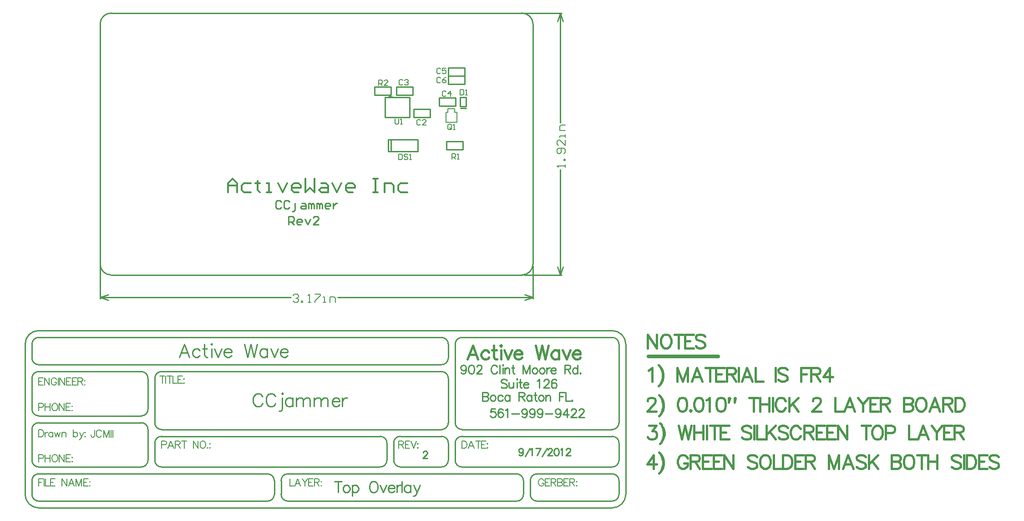
<source format=gto>
%FSLAX25Y25*%
%MOIN*%
G70*
G01*
G75*
G04 Layer_Color=65535*
%ADD10C,0.02500*%
%ADD11C,0.06000*%
%ADD12R,0.05000X0.02000*%
%ADD13R,0.03000X0.03000*%
%ADD14R,0.01575X0.01575*%
%ADD15R,0.01575X0.02362*%
%ADD16R,0.01969X0.02756*%
%ADD17R,0.05118X0.06299*%
%ADD18C,0.01000*%
%ADD19C,0.02000*%
%ADD20C,0.01200*%
%ADD21C,0.03000*%
%ADD22C,0.00800*%
%ADD23C,0.00600*%
%ADD24C,0.00900*%
%ADD25C,0.01500*%
%ADD26C,0.00500*%
%ADD27C,0.04000*%
%ADD28C,0.00984*%
D10*
X401800Y-59700D02*
X452800D01*
D18*
X214100Y130400D02*
G03*
X210600Y130150I-1625J-1875D01*
G01*
X208600Y119150D02*
Y130150D01*
X226600D01*
Y115650D02*
Y130150D01*
X208600Y115650D02*
X226600D01*
X208600D02*
Y119150D01*
X255000Y140000D02*
Y143000D01*
Y140000D02*
X267000D01*
Y146000D01*
X255000D02*
X267000D01*
X255000Y143000D02*
Y146000D01*
Y149000D01*
Y146000D02*
X267000D01*
Y152000D01*
X255000D02*
X267000D01*
X255000Y149000D02*
Y152000D01*
X241600Y118600D02*
Y121600D01*
X229600D02*
X241600D01*
X229600Y115600D02*
Y121600D01*
Y115600D02*
X241600D01*
Y118600D01*
X228900Y135000D02*
Y138000D01*
X216900D02*
X228900D01*
X216900Y132000D02*
Y138000D01*
Y132000D02*
X228900D01*
Y135000D01*
X260200Y126800D02*
Y129800D01*
X248200D02*
X260200D01*
X248200Y123800D02*
Y129800D01*
Y123800D02*
X260200D01*
Y126800D01*
X213100Y134900D02*
Y137900D01*
X201100D02*
X213100D01*
X201100Y131900D02*
Y137900D01*
Y131900D02*
X213100D01*
Y134900D01*
X263735Y123455D02*
X268065D01*
X263735D02*
Y130345D01*
Y123455D02*
X268065D01*
X263735Y130345D02*
X268065D01*
X263735D02*
X268065D01*
Y123455D02*
Y130345D01*
X264030Y122176D02*
X267967D01*
X253800Y92100D02*
Y95100D01*
Y92100D02*
X265800D01*
Y98100D01*
X253800D02*
X265800D01*
X253800Y95100D02*
Y98100D01*
X138000Y37000D02*
Y42998D01*
X140999D01*
X141999Y41998D01*
Y39999D01*
X140999Y38999D01*
X138000D01*
X139999D02*
X141999Y37000D01*
X146997D02*
X144998D01*
X143998Y38000D01*
Y39999D01*
X144998Y40999D01*
X146997D01*
X147997Y39999D01*
Y38999D01*
X143998D01*
X149996Y40999D02*
X151996Y37000D01*
X153995Y40999D01*
X159993Y37000D02*
X155994D01*
X159993Y40999D01*
Y41998D01*
X158993Y42998D01*
X156994D01*
X155994Y41998D01*
X132499Y53498D02*
X131499Y54498D01*
X129500D01*
X128500Y53498D01*
Y49500D01*
X129500Y48500D01*
X131499D01*
X132499Y49500D01*
X138497Y53498D02*
X137497Y54498D01*
X135498D01*
X134498Y53498D01*
Y49500D01*
X135498Y48500D01*
X137497D01*
X138497Y49500D01*
X140496Y46501D02*
X141496D01*
X142496Y47500D01*
Y52499D01*
X147494D02*
X149493D01*
X150493Y51499D01*
Y48500D01*
X147494D01*
X146494Y49500D01*
X147494Y50499D01*
X150493D01*
X152492Y48500D02*
Y52499D01*
X153492D01*
X154492Y51499D01*
Y48500D01*
Y51499D01*
X155491Y52499D01*
X156491Y51499D01*
Y48500D01*
X158490D02*
Y52499D01*
X159490D01*
X160490Y51499D01*
Y48500D01*
Y51499D01*
X161489Y52499D01*
X162489Y51499D01*
Y48500D01*
X167487D02*
X165488D01*
X164488Y49500D01*
Y51499D01*
X165488Y52499D01*
X167487D01*
X168487Y51499D01*
Y50499D01*
X164488D01*
X170486Y52499D02*
Y48500D01*
Y50499D01*
X171486Y51499D01*
X172486Y52499D01*
X173485D01*
X174266Y-151402D02*
Y-159400D01*
X171600Y-151402D02*
X176932D01*
X179789Y-154068D02*
X179027Y-154449D01*
X178265Y-155210D01*
X177884Y-156353D01*
Y-157115D01*
X178265Y-158257D01*
X179027Y-159019D01*
X179789Y-159400D01*
X180931D01*
X181693Y-159019D01*
X182455Y-158257D01*
X182836Y-157115D01*
Y-156353D01*
X182455Y-155210D01*
X181693Y-154449D01*
X180931Y-154068D01*
X179789D01*
X184588D02*
Y-162066D01*
Y-155210D02*
X185349Y-154449D01*
X186111Y-154068D01*
X187254D01*
X188015Y-154449D01*
X188777Y-155210D01*
X189158Y-156353D01*
Y-157115D01*
X188777Y-158257D01*
X188015Y-159019D01*
X187254Y-159400D01*
X186111D01*
X185349Y-159019D01*
X184588Y-158257D01*
X199442Y-151402D02*
X198680Y-151783D01*
X197918Y-152544D01*
X197537Y-153306D01*
X197156Y-154449D01*
Y-156353D01*
X197537Y-157496D01*
X197918Y-158257D01*
X198680Y-159019D01*
X199442Y-159400D01*
X200965D01*
X201727Y-159019D01*
X202489Y-158257D01*
X202870Y-157496D01*
X203250Y-156353D01*
Y-154449D01*
X202870Y-153306D01*
X202489Y-152544D01*
X201727Y-151783D01*
X200965Y-151402D01*
X199442D01*
X205117Y-154068D02*
X207402Y-159400D01*
X209687Y-154068D02*
X207402Y-159400D01*
X210982Y-156353D02*
X215552D01*
Y-155591D01*
X215172Y-154830D01*
X214791Y-154449D01*
X214029Y-154068D01*
X212886D01*
X212125Y-154449D01*
X211363Y-155210D01*
X210982Y-156353D01*
Y-157115D01*
X211363Y-158257D01*
X212125Y-159019D01*
X212886Y-159400D01*
X214029D01*
X214791Y-159019D01*
X215552Y-158257D01*
X217266Y-154068D02*
Y-159400D01*
Y-156353D02*
X217647Y-155210D01*
X218409Y-154449D01*
X219171Y-154068D01*
X220313D01*
X221037Y-151402D02*
Y-159400D01*
X227283Y-154068D02*
Y-159400D01*
Y-155210D02*
X226522Y-154449D01*
X225760Y-154068D01*
X224617D01*
X223855Y-154449D01*
X223094Y-155210D01*
X222713Y-156353D01*
Y-157115D01*
X223094Y-158257D01*
X223855Y-159019D01*
X224617Y-159400D01*
X225760D01*
X226522Y-159019D01*
X227283Y-158257D01*
X229797Y-154068D02*
X232082Y-159400D01*
X234367Y-154068D02*
X232082Y-159400D01*
X231321Y-160924D01*
X230559Y-161685D01*
X229797Y-162066D01*
X229416D01*
X310500Y192000D02*
X338000D01*
X310500Y0D02*
X338000D01*
X337000Y111495D02*
Y192000D01*
Y0D02*
Y77305D01*
X335000Y186000D02*
X337000Y192000D01*
X339000Y186000D01*
X337000Y0D02*
X339000Y6000D01*
X335000D02*
X337000Y0D01*
X317000Y-17500D02*
Y6516D01*
X0Y-17500D02*
Y6516D01*
X173995Y-16500D02*
X317000D01*
X0D02*
X139805D01*
X311000Y-14500D02*
X317000Y-16500D01*
X311000Y-18500D02*
X317000Y-16500D01*
X0D02*
X6000Y-18500D01*
X0Y-16500D02*
X6000Y-14500D01*
X-16Y8016D02*
G03*
X8000Y0I8016J0D01*
G01*
X8016Y192016D02*
G03*
X0Y184000I0J-8016D01*
G01*
X317016Y183984D02*
G03*
X309000Y192000I-8016J0D01*
G01*
Y0D02*
G03*
X317016Y8016I0J8016D01*
G01*
X8000Y0D02*
X309000D01*
X0Y8016D02*
Y184000D01*
X317000Y8016D02*
Y183984D01*
X8016Y192000D02*
X309000D01*
X127501Y-150794D02*
G03*
X122502Y-145794I-5000J0D01*
G01*
X122618Y-165794D02*
G03*
X127499Y-160827I84J4800D01*
G01*
X137502Y-145794D02*
G03*
X132501Y-150794I0J-5000D01*
G01*
Y-160794D02*
G03*
X137414Y-165793I5000J0D01*
G01*
X310001Y-150794D02*
G03*
X305001Y-145794I-5000J0D01*
G01*
X305118Y-165794D02*
G03*
X309999Y-160827I84J4800D01*
G01*
X315002Y-160894D02*
G03*
X319987Y-165793I4900J0D01*
G01*
X320002Y-145794D02*
G03*
X315002Y-150794I0J-5000D01*
G01*
X35002Y-75694D02*
G03*
X30101Y-70794I-4900J0D01*
G01*
X30202Y-103294D02*
G03*
X35002Y-98494I0J4800D01*
G01*
Y-113194D02*
G03*
X29930Y-108297I-4900J0D01*
G01*
X40001Y-108394D02*
G03*
X44901Y-113294I4900J0D01*
G01*
X40001Y-135894D02*
G03*
X44901Y-140794I4900J0D01*
G01*
X30101D02*
G03*
X35002Y-135894I0J4900D01*
G01*
X210001Y-123194D02*
G03*
X205101Y-118294I-4900J0D01*
G01*
Y-140794D02*
G03*
X210001Y-135809I0J4900D01*
G01*
X215002Y-135694D02*
G03*
X220012Y-140793I5100J0D01*
G01*
X219801Y-118294D02*
G03*
X215008Y-123345I0J-4800D01*
G01*
X45002Y-118294D02*
G03*
X40001Y-123294I0J-5000D01*
G01*
X45001Y-70794D02*
G03*
X40001Y-75794I0J-5000D01*
G01*
X-49999Y-135794D02*
G03*
X-45086Y-140793I5000J0D01*
G01*
X-44998Y-108294D02*
G03*
X-49999Y-113294I0J-5000D01*
G01*
Y-98294D02*
G03*
X-44998Y-103294I5000J0D01*
G01*
Y-70794D02*
G03*
X-49999Y-75794I0J-5000D01*
G01*
Y-60794D02*
G03*
X-44998Y-65794I5000J0D01*
G01*
Y-45794D02*
G03*
X-49999Y-50794I0J-5000D01*
G01*
X255001D02*
G03*
X250002Y-45794I-5000J0D01*
G01*
X265002D02*
G03*
X260001Y-50794I0J-5000D01*
G01*
X250002Y-65794D02*
G03*
X255001Y-60794I0J5000D01*
G01*
Y-75794D02*
G03*
X250002Y-70794I-5000J0D01*
G01*
X-44998Y-145794D02*
G03*
X-49999Y-150794I0J-5000D01*
G01*
X250089Y-113294D02*
G03*
X255002Y-108294I-87J5000D01*
G01*
X-49999Y-160794D02*
G03*
X-45086Y-165793I5000J0D01*
G01*
X255001Y-123194D02*
G03*
X250101Y-118294I-4900J0D01*
G01*
X260001Y-135894D02*
G03*
X264987Y-140793I4900J0D01*
G01*
X250002Y-140794D02*
G03*
X255001Y-135794I0J5000D01*
G01*
X375002Y-165794D02*
G03*
X380001Y-160794I0J5000D01*
G01*
X380002Y-150707D02*
G03*
X375002Y-145793I-5000J-87D01*
G01*
Y-140794D02*
G03*
X380001Y-135794I0J5000D01*
G01*
Y-50694D02*
G03*
X374931Y-45797I-4900J0D01*
G01*
X385001Y-50794D02*
G03*
X375002Y-40794I-10000J0D01*
G01*
Y-170794D02*
G03*
X385001Y-160794I0J10000D01*
G01*
X-54998Y-160694D02*
G03*
X-45075Y-170792I10100J0D01*
G01*
X-44998Y-40794D02*
G03*
X-54998Y-50794I0J-10000D01*
G01*
X260001Y-108294D02*
G03*
X265002Y-113294I5000J0D01*
G01*
X375002D02*
G03*
X380001Y-108294I0J5000D01*
G01*
X265002Y-118294D02*
G03*
X260001Y-123294I0J-5000D01*
G01*
X380001Y-123194D02*
G03*
X375101Y-118294I-4900J0D01*
G01*
X137502Y-165794D02*
X305001D01*
X-44998D02*
X122502D01*
X-44998Y-145794D02*
X122502D01*
X137502D02*
X305001D01*
X320002Y-165794D02*
X375002D01*
X320002Y-145794D02*
X375002D01*
X-44998Y-45794D02*
X250002D01*
X-44998Y-170794D02*
X375002D01*
X-44998Y-40794D02*
X375002D01*
X-44998Y-140794D02*
X30002D01*
X-44998Y-108294D02*
X30002D01*
X-44998Y-103294D02*
X30002D01*
X-44998Y-70794D02*
X30002D01*
X-44998Y-65794D02*
X250002D01*
X45002Y-70794D02*
X250002D01*
X45002Y-118294D02*
X205001D01*
X45002Y-140794D02*
X205001D01*
X220002D02*
X250002D01*
X220002Y-118294D02*
X250002D01*
X265002Y-140794D02*
X375002D01*
X265002Y-45794D02*
X375002D01*
X45002Y-113294D02*
X250002D01*
X265002D02*
X375002D01*
X265002Y-118294D02*
X375002D01*
X127501Y-160794D02*
Y-150794D01*
X132501Y-160794D02*
Y-150794D01*
X310001Y-160794D02*
Y-150794D01*
X315002Y-160794D02*
Y-150794D01*
X385001Y-160794D02*
Y-50794D01*
X-49999Y-135794D02*
Y-113294D01*
X35002Y-135794D02*
Y-113294D01*
X-49999Y-98294D02*
Y-75794D01*
X35002Y-98294D02*
Y-75794D01*
X-49999Y-60794D02*
Y-50794D01*
X255001Y-60794D02*
Y-50794D01*
Y-108294D02*
Y-75794D01*
X40001Y-108294D02*
Y-75794D01*
X210001Y-135794D02*
Y-123294D01*
X40001Y-135794D02*
Y-123294D01*
X215002Y-135794D02*
Y-123294D01*
X255001Y-135794D02*
Y-123294D01*
X380001Y-160794D02*
Y-150794D01*
X-49999Y-160794D02*
Y-150794D01*
X-54998Y-160794D02*
Y-50794D01*
X260001Y-108294D02*
Y-50794D01*
X380001Y-108294D02*
Y-50794D01*
X260001Y-135794D02*
Y-123294D01*
X380001Y-135794D02*
Y-123194D01*
X297875Y-77392D02*
X297266Y-76782D01*
X296352Y-76478D01*
X295133D01*
X294219Y-76782D01*
X293609Y-77392D01*
Y-78001D01*
X293914Y-78611D01*
X294219Y-78915D01*
X294828Y-79220D01*
X296656Y-79829D01*
X297266Y-80134D01*
X297570Y-80439D01*
X297875Y-81048D01*
Y-81962D01*
X297266Y-82572D01*
X296352Y-82876D01*
X295133D01*
X294219Y-82572D01*
X293609Y-81962D01*
X299307Y-78611D02*
Y-81658D01*
X299612Y-82572D01*
X300221Y-82876D01*
X301135D01*
X301745Y-82572D01*
X302659Y-81658D01*
Y-78611D02*
Y-82876D01*
X304944Y-76478D02*
X305249Y-76782D01*
X305554Y-76478D01*
X305249Y-76173D01*
X304944Y-76478D01*
X305249Y-78611D02*
Y-82876D01*
X307595Y-76478D02*
Y-81658D01*
X307900Y-82572D01*
X308509Y-82876D01*
X309119D01*
X306681Y-78611D02*
X308814D01*
X310033Y-80439D02*
X313689D01*
Y-79829D01*
X313384Y-79220D01*
X313080Y-78915D01*
X312470Y-78611D01*
X311556D01*
X310947Y-78915D01*
X310337Y-79525D01*
X310033Y-80439D01*
Y-81048D01*
X310337Y-81962D01*
X310947Y-82572D01*
X311556Y-82876D01*
X312470D01*
X313080Y-82572D01*
X313689Y-81962D01*
X320088Y-77697D02*
X320697Y-77392D01*
X321611Y-76478D01*
Y-82876D01*
X325085Y-78001D02*
Y-77697D01*
X325389Y-77087D01*
X325694Y-76782D01*
X326303Y-76478D01*
X327522D01*
X328132Y-76782D01*
X328436Y-77087D01*
X328741Y-77697D01*
Y-78306D01*
X328436Y-78915D01*
X327827Y-79829D01*
X324780Y-82876D01*
X329046D01*
X334134Y-77392D02*
X333829Y-76782D01*
X332915Y-76478D01*
X332306D01*
X331392Y-76782D01*
X330783Y-77697D01*
X330478Y-79220D01*
Y-80743D01*
X330783Y-81962D01*
X331392Y-82572D01*
X332306Y-82876D01*
X332611D01*
X333525Y-82572D01*
X334134Y-81962D01*
X334439Y-81048D01*
Y-80743D01*
X334134Y-79829D01*
X333525Y-79220D01*
X332611Y-78915D01*
X332306D01*
X331392Y-79220D01*
X330783Y-79829D01*
X330478Y-80743D01*
X289266Y-97978D02*
X286219D01*
X285914Y-100720D01*
X286219Y-100415D01*
X287133Y-100111D01*
X288047D01*
X288961Y-100415D01*
X289570Y-101025D01*
X289875Y-101939D01*
Y-102548D01*
X289570Y-103462D01*
X288961Y-104072D01*
X288047Y-104376D01*
X287133D01*
X286219Y-104072D01*
X285914Y-103767D01*
X285610Y-103158D01*
X294964Y-98892D02*
X294659Y-98282D01*
X293745Y-97978D01*
X293135D01*
X292221Y-98282D01*
X291612Y-99196D01*
X291307Y-100720D01*
Y-102243D01*
X291612Y-103462D01*
X292221Y-104072D01*
X293135Y-104376D01*
X293440D01*
X294354Y-104072D01*
X294964Y-103462D01*
X295268Y-102548D01*
Y-102243D01*
X294964Y-101329D01*
X294354Y-100720D01*
X293440Y-100415D01*
X293135D01*
X292221Y-100720D01*
X291612Y-101329D01*
X291307Y-102243D01*
X296670Y-99196D02*
X297279Y-98892D01*
X298193Y-97978D01*
Y-104376D01*
X301362Y-101634D02*
X306847D01*
X312697Y-100111D02*
X312392Y-101025D01*
X311783Y-101634D01*
X310869Y-101939D01*
X310564D01*
X309650Y-101634D01*
X309041Y-101025D01*
X308736Y-100111D01*
Y-99806D01*
X309041Y-98892D01*
X309650Y-98282D01*
X310564Y-97978D01*
X310869D01*
X311783Y-98282D01*
X312392Y-98892D01*
X312697Y-100111D01*
Y-101634D01*
X312392Y-103158D01*
X311783Y-104072D01*
X310869Y-104376D01*
X310259D01*
X309345Y-104072D01*
X309041Y-103462D01*
X318395Y-100111D02*
X318090Y-101025D01*
X317481Y-101634D01*
X316567Y-101939D01*
X316262D01*
X315348Y-101634D01*
X314738Y-101025D01*
X314434Y-100111D01*
Y-99806D01*
X314738Y-98892D01*
X315348Y-98282D01*
X316262Y-97978D01*
X316567D01*
X317481Y-98282D01*
X318090Y-98892D01*
X318395Y-100111D01*
Y-101634D01*
X318090Y-103158D01*
X317481Y-104072D01*
X316567Y-104376D01*
X315957D01*
X315043Y-104072D01*
X314738Y-103462D01*
X324093Y-100111D02*
X323788Y-101025D01*
X323179Y-101634D01*
X322265Y-101939D01*
X321960D01*
X321046Y-101634D01*
X320436Y-101025D01*
X320132Y-100111D01*
Y-99806D01*
X320436Y-98892D01*
X321046Y-98282D01*
X321960Y-97978D01*
X322265D01*
X323179Y-98282D01*
X323788Y-98892D01*
X324093Y-100111D01*
Y-101634D01*
X323788Y-103158D01*
X323179Y-104072D01*
X322265Y-104376D01*
X321655D01*
X320741Y-104072D01*
X320436Y-103462D01*
X325829Y-101634D02*
X331314D01*
X337164Y-100111D02*
X336859Y-101025D01*
X336250Y-101634D01*
X335336Y-101939D01*
X335031D01*
X334117Y-101634D01*
X333508Y-101025D01*
X333203Y-100111D01*
Y-99806D01*
X333508Y-98892D01*
X334117Y-98282D01*
X335031Y-97978D01*
X335336D01*
X336250Y-98282D01*
X336859Y-98892D01*
X337164Y-100111D01*
Y-101634D01*
X336859Y-103158D01*
X336250Y-104072D01*
X335336Y-104376D01*
X334727D01*
X333812Y-104072D01*
X333508Y-103462D01*
X341948Y-97978D02*
X338901Y-102243D01*
X343471D01*
X341948Y-97978D02*
Y-104376D01*
X344903Y-99501D02*
Y-99196D01*
X345208Y-98587D01*
X345513Y-98282D01*
X346122Y-97978D01*
X347341D01*
X347950Y-98282D01*
X348255Y-98587D01*
X348560Y-99196D01*
Y-99806D01*
X348255Y-100415D01*
X347646Y-101329D01*
X344599Y-104376D01*
X348865D01*
X350601Y-99501D02*
Y-99196D01*
X350906Y-98587D01*
X351211Y-98282D01*
X351820Y-97978D01*
X353039D01*
X353648Y-98282D01*
X353953Y-98587D01*
X354258Y-99196D01*
Y-99806D01*
X353953Y-100415D01*
X353344Y-101329D01*
X350297Y-104376D01*
X354562D01*
X268071Y-68111D02*
X267766Y-69025D01*
X267156Y-69634D01*
X266242Y-69939D01*
X265938D01*
X265024Y-69634D01*
X264414Y-69025D01*
X264109Y-68111D01*
Y-67806D01*
X264414Y-66892D01*
X265024Y-66282D01*
X265938Y-65978D01*
X266242D01*
X267156Y-66282D01*
X267766Y-66892D01*
X268071Y-68111D01*
Y-69634D01*
X267766Y-71158D01*
X267156Y-72072D01*
X266242Y-72376D01*
X265633D01*
X264719Y-72072D01*
X264414Y-71462D01*
X271636Y-65978D02*
X270721Y-66282D01*
X270112Y-67197D01*
X269807Y-68720D01*
Y-69634D01*
X270112Y-71158D01*
X270721Y-72072D01*
X271636Y-72376D01*
X272245D01*
X273159Y-72072D01*
X273768Y-71158D01*
X274073Y-69634D01*
Y-68720D01*
X273768Y-67197D01*
X273159Y-66282D01*
X272245Y-65978D01*
X271636D01*
X275810Y-67501D02*
Y-67197D01*
X276115Y-66587D01*
X276419Y-66282D01*
X277029Y-65978D01*
X278247D01*
X278857Y-66282D01*
X279162Y-66587D01*
X279466Y-67197D01*
Y-67806D01*
X279162Y-68415D01*
X278552Y-69329D01*
X275505Y-72376D01*
X279771D01*
X290801Y-67501D02*
X290496Y-66892D01*
X289887Y-66282D01*
X289277Y-65978D01*
X288059D01*
X287449Y-66282D01*
X286840Y-66892D01*
X286535Y-67501D01*
X286230Y-68415D01*
Y-69939D01*
X286535Y-70853D01*
X286840Y-71462D01*
X287449Y-72072D01*
X288059Y-72376D01*
X289277D01*
X289887Y-72072D01*
X290496Y-71462D01*
X290801Y-70853D01*
X292599Y-65978D02*
Y-72376D01*
X294549Y-65978D02*
X294853Y-66282D01*
X295158Y-65978D01*
X294853Y-65673D01*
X294549Y-65978D01*
X294853Y-68111D02*
Y-72376D01*
X296285Y-68111D02*
Y-72376D01*
Y-69329D02*
X297200Y-68415D01*
X297809Y-68111D01*
X298723D01*
X299332Y-68415D01*
X299637Y-69329D01*
Y-72376D01*
X302227Y-65978D02*
Y-71158D01*
X302532Y-72072D01*
X303141Y-72376D01*
X303750D01*
X301313Y-68111D02*
X303446D01*
X309692Y-65978D02*
Y-72376D01*
Y-65978D02*
X312130Y-72376D01*
X314567Y-65978D02*
X312130Y-72376D01*
X314567Y-65978D02*
Y-72376D01*
X317919Y-68111D02*
X317309Y-68415D01*
X316700Y-69025D01*
X316395Y-69939D01*
Y-70548D01*
X316700Y-71462D01*
X317309Y-72072D01*
X317919Y-72376D01*
X318833D01*
X319442Y-72072D01*
X320052Y-71462D01*
X320356Y-70548D01*
Y-69939D01*
X320052Y-69025D01*
X319442Y-68415D01*
X318833Y-68111D01*
X317919D01*
X323282D02*
X322672Y-68415D01*
X322063Y-69025D01*
X321758Y-69939D01*
Y-70548D01*
X322063Y-71462D01*
X322672Y-72072D01*
X323282Y-72376D01*
X324196D01*
X324805Y-72072D01*
X325414Y-71462D01*
X325719Y-70548D01*
Y-69939D01*
X325414Y-69025D01*
X324805Y-68415D01*
X324196Y-68111D01*
X323282D01*
X327121D02*
Y-72376D01*
Y-69939D02*
X327425Y-69025D01*
X328035Y-68415D01*
X328644Y-68111D01*
X329558D01*
X330137Y-69939D02*
X333794D01*
Y-69329D01*
X333489Y-68720D01*
X333184Y-68415D01*
X332575Y-68111D01*
X331661D01*
X331051Y-68415D01*
X330442Y-69025D01*
X330137Y-69939D01*
Y-70548D01*
X330442Y-71462D01*
X331051Y-72072D01*
X331661Y-72376D01*
X332575D01*
X333184Y-72072D01*
X333794Y-71462D01*
X340192Y-65978D02*
Y-72376D01*
Y-65978D02*
X342934D01*
X343849Y-66282D01*
X344153Y-66587D01*
X344458Y-67197D01*
Y-67806D01*
X344153Y-68415D01*
X343849Y-68720D01*
X342934Y-69025D01*
X340192D01*
X342325D02*
X344458Y-72376D01*
X349546Y-65978D02*
Y-72376D01*
Y-69025D02*
X348937Y-68415D01*
X348328Y-68111D01*
X347413D01*
X346804Y-68415D01*
X346195Y-69025D01*
X345890Y-69939D01*
Y-70548D01*
X346195Y-71462D01*
X346804Y-72072D01*
X347413Y-72376D01*
X348328D01*
X348937Y-72072D01*
X349546Y-71462D01*
X351557Y-71767D02*
X351253Y-72072D01*
X351557Y-72376D01*
X351862Y-72072D01*
X351557Y-71767D01*
X280110Y-85978D02*
Y-92376D01*
Y-85978D02*
X282852D01*
X283766Y-86282D01*
X284070Y-86587D01*
X284375Y-87196D01*
Y-87806D01*
X284070Y-88415D01*
X283766Y-88720D01*
X282852Y-89025D01*
X280110D02*
X282852D01*
X283766Y-89329D01*
X284070Y-89634D01*
X284375Y-90244D01*
Y-91158D01*
X284070Y-91767D01*
X283766Y-92072D01*
X282852Y-92376D01*
X280110D01*
X287331Y-88111D02*
X286721Y-88415D01*
X286112Y-89025D01*
X285807Y-89939D01*
Y-90548D01*
X286112Y-91462D01*
X286721Y-92072D01*
X287331Y-92376D01*
X288245D01*
X288854Y-92072D01*
X289464Y-91462D01*
X289768Y-90548D01*
Y-89939D01*
X289464Y-89025D01*
X288854Y-88415D01*
X288245Y-88111D01*
X287331D01*
X294826Y-89025D02*
X294217Y-88415D01*
X293607Y-88111D01*
X292693D01*
X292084Y-88415D01*
X291475Y-89025D01*
X291170Y-89939D01*
Y-90548D01*
X291475Y-91462D01*
X292084Y-92072D01*
X292693Y-92376D01*
X293607D01*
X294217Y-92072D01*
X294826Y-91462D01*
X299854Y-88111D02*
Y-92376D01*
Y-89025D02*
X299244Y-88415D01*
X298635Y-88111D01*
X297721D01*
X297112Y-88415D01*
X296502Y-89025D01*
X296197Y-89939D01*
Y-90548D01*
X296502Y-91462D01*
X297112Y-92072D01*
X297721Y-92376D01*
X298635D01*
X299244Y-92072D01*
X299854Y-91462D01*
X306588Y-85978D02*
Y-92376D01*
Y-85978D02*
X309330D01*
X310244Y-86282D01*
X310549Y-86587D01*
X310853Y-87196D01*
Y-87806D01*
X310549Y-88415D01*
X310244Y-88720D01*
X309330Y-89025D01*
X306588D01*
X308720D02*
X310853Y-92376D01*
X315942Y-88111D02*
Y-92376D01*
Y-89025D02*
X315332Y-88415D01*
X314723Y-88111D01*
X313809D01*
X313199Y-88415D01*
X312590Y-89025D01*
X312285Y-89939D01*
Y-90548D01*
X312590Y-91462D01*
X313199Y-92072D01*
X313809Y-92376D01*
X314723D01*
X315332Y-92072D01*
X315942Y-91462D01*
X318562Y-85978D02*
Y-91158D01*
X318867Y-92072D01*
X319476Y-92376D01*
X320086D01*
X317648Y-88111D02*
X319781D01*
X322523D02*
X321914Y-88415D01*
X321304Y-89025D01*
X321000Y-89939D01*
Y-90548D01*
X321304Y-91462D01*
X321914Y-92072D01*
X322523Y-92376D01*
X323437D01*
X324047Y-92072D01*
X324656Y-91462D01*
X324961Y-90548D01*
Y-89939D01*
X324656Y-89025D01*
X324047Y-88415D01*
X323437Y-88111D01*
X322523D01*
X326362D02*
Y-92376D01*
Y-89329D02*
X327276Y-88415D01*
X327886Y-88111D01*
X328800D01*
X329409Y-88415D01*
X329714Y-89329D01*
Y-92376D01*
X336417Y-85978D02*
Y-92376D01*
Y-85978D02*
X340378D01*
X336417Y-89025D02*
X338855D01*
X341110Y-85978D02*
Y-92376D01*
X344766D01*
X345772Y-91767D02*
X345467Y-92072D01*
X345772Y-92376D01*
X346076Y-92072D01*
X345772Y-91767D01*
D20*
X93500Y60500D02*
Y67164D01*
X96832Y70497D01*
X100164Y67164D01*
Y60500D01*
Y65498D01*
X93500D01*
X110161Y67164D02*
X105163D01*
X103497Y65498D01*
Y62166D01*
X105163Y60500D01*
X110161D01*
X115160Y68831D02*
Y67164D01*
X113494D01*
X116826D01*
X115160D01*
Y62166D01*
X116826Y60500D01*
X121824D02*
X125156D01*
X123490D01*
Y67164D01*
X121824D01*
X130155D02*
X133487Y60500D01*
X136819Y67164D01*
X145150Y60500D02*
X141818D01*
X140152Y62166D01*
Y65498D01*
X141818Y67164D01*
X145150D01*
X146816Y65498D01*
Y63832D01*
X140152D01*
X150148Y70497D02*
Y60500D01*
X153481Y63832D01*
X156813Y60500D01*
Y70497D01*
X161811Y67164D02*
X165144D01*
X166810Y65498D01*
Y60500D01*
X161811D01*
X160145Y62166D01*
X161811Y63832D01*
X166810D01*
X170142Y67164D02*
X173474Y60500D01*
X176806Y67164D01*
X185137Y60500D02*
X181805D01*
X180139Y62166D01*
Y65498D01*
X181805Y67164D01*
X185137D01*
X186803Y65498D01*
Y63832D01*
X180139D01*
X200132Y70497D02*
X203465D01*
X201798D01*
Y60500D01*
X200132D01*
X203465D01*
X208463D02*
Y67164D01*
X213461D01*
X215127Y65498D01*
Y60500D01*
X225124Y67164D02*
X220126D01*
X218460Y65498D01*
Y62166D01*
X220126Y60500D01*
X225124D01*
D22*
X234666Y113332D02*
X233999Y113999D01*
X232666D01*
X232000Y113332D01*
Y110667D01*
X232666Y110000D01*
X233999D01*
X234666Y110667D01*
X238665Y110000D02*
X235999D01*
X238665Y112666D01*
Y113332D01*
X237998Y113999D01*
X236665D01*
X235999Y113332D01*
X221766Y142532D02*
X221099Y143199D01*
X219766D01*
X219100Y142532D01*
Y139866D01*
X219766Y139200D01*
X221099D01*
X221766Y139866D01*
X223099Y142532D02*
X223765Y143199D01*
X225098D01*
X225764Y142532D01*
Y141866D01*
X225098Y141199D01*
X224432D01*
X225098D01*
X225764Y140533D01*
Y139866D01*
X225098Y139200D01*
X223765D01*
X223099Y139866D01*
X253166Y134332D02*
X252499Y134999D01*
X251166D01*
X250500Y134332D01*
Y131667D01*
X251166Y131000D01*
X252499D01*
X253166Y131667D01*
X256498Y131000D02*
Y134999D01*
X254499Y132999D01*
X257165D01*
X263500Y135999D02*
Y132000D01*
X265499D01*
X266166Y132667D01*
Y135332D01*
X265499Y135999D01*
X263500D01*
X267499Y132000D02*
X268832D01*
X268165D01*
Y135999D01*
X267499Y135332D01*
X257166Y107167D02*
Y109832D01*
X256499Y110499D01*
X255166D01*
X254500Y109832D01*
Y107167D01*
X255166Y106500D01*
X256499D01*
X255833Y107833D02*
X257166Y106500D01*
X256499D02*
X257166Y107167D01*
X258499Y106500D02*
X259832D01*
X259165D01*
Y110499D01*
X258499Y109832D01*
X204000Y139100D02*
Y143099D01*
X205999D01*
X206666Y142432D01*
Y141099D01*
X205999Y140433D01*
X204000D01*
X205333D02*
X206666Y139100D01*
X210665D02*
X207999D01*
X210665Y141766D01*
Y142432D01*
X209998Y143099D01*
X208665D01*
X207999Y142432D01*
X216000Y114499D02*
Y111167D01*
X216666Y110500D01*
X217999D01*
X218666Y111167D01*
Y114499D01*
X219999Y110500D02*
X221332D01*
X220665D01*
Y114499D01*
X219999Y113832D01*
X249166Y150832D02*
X248499Y151499D01*
X247166D01*
X246500Y150832D01*
Y148167D01*
X247166Y147500D01*
X248499D01*
X249166Y148167D01*
X253165Y151499D02*
X250499D01*
Y149499D01*
X251832Y150166D01*
X252498D01*
X253165Y149499D01*
Y148167D01*
X252498Y147500D01*
X251165D01*
X250499Y148167D01*
X249166Y144332D02*
X248499Y144999D01*
X247166D01*
X246500Y144332D01*
Y141666D01*
X247166Y141000D01*
X248499D01*
X249166Y141666D01*
X253165Y144999D02*
X251832Y144332D01*
X250499Y142999D01*
Y141666D01*
X251165Y141000D01*
X252498D01*
X253165Y141666D01*
Y142333D01*
X252498Y142999D01*
X250499D01*
X257500Y85000D02*
Y88999D01*
X259499D01*
X260166Y88332D01*
Y86999D01*
X259499Y86333D01*
X257500D01*
X258833D02*
X260166Y85000D01*
X261499D02*
X262832D01*
X262165D01*
Y88999D01*
X261499Y88332D01*
X218500Y88499D02*
Y84500D01*
X220499D01*
X221166Y85166D01*
Y87832D01*
X220499Y88499D01*
X218500D01*
X225165Y87832D02*
X224498Y88499D01*
X223165D01*
X222499Y87832D01*
Y87166D01*
X223165Y86499D01*
X224498D01*
X225165Y85833D01*
Y85166D01*
X224498Y84500D01*
X223165D01*
X222499Y85166D01*
X226497Y84500D02*
X227830D01*
X227164D01*
Y88499D01*
X226497Y87832D01*
X-4163Y-113567D02*
Y-117630D01*
X-4417Y-118392D01*
X-4671Y-118646D01*
X-5179Y-118900D01*
X-5686D01*
X-6194Y-118646D01*
X-6448Y-118392D01*
X-6702Y-117630D01*
Y-117122D01*
X1017Y-114837D02*
X763Y-114329D01*
X255Y-113821D01*
X-253Y-113567D01*
X-1268D01*
X-1776Y-113821D01*
X-2284Y-114329D01*
X-2538Y-114837D01*
X-2792Y-115599D01*
Y-116868D01*
X-2538Y-117630D01*
X-2284Y-118138D01*
X-1776Y-118646D01*
X-1268Y-118900D01*
X-253D01*
X255Y-118646D01*
X763Y-118138D01*
X1017Y-117630D01*
X2515Y-113567D02*
Y-118900D01*
Y-113567D02*
X4546Y-118900D01*
X6578Y-113567D02*
X4546Y-118900D01*
X6578Y-113567D02*
Y-118900D01*
X8101Y-113567D02*
Y-118900D01*
X9218Y-113567D02*
Y-118900D01*
D23*
X340599Y78905D02*
Y80904D01*
Y79905D01*
X334601D01*
X335601Y78905D01*
X340599Y83903D02*
X339599D01*
Y84903D01*
X340599D01*
Y83903D01*
X339599Y88902D02*
X340599Y89901D01*
Y91901D01*
X339599Y92901D01*
X335601D01*
X334601Y91901D01*
Y89901D01*
X335601Y88902D01*
X336600D01*
X337600Y89901D01*
Y92901D01*
X340599Y98899D02*
Y94900D01*
X336600Y98899D01*
X335601D01*
X334601Y97899D01*
Y95899D01*
X335601Y94900D01*
X340599Y100898D02*
Y102897D01*
Y101898D01*
X336600D01*
Y100898D01*
X340599Y105896D02*
X336600D01*
Y108895D01*
X337600Y109895D01*
X340599D01*
X141405Y-15101D02*
X142405Y-14101D01*
X144404D01*
X145404Y-15101D01*
Y-16100D01*
X144404Y-17100D01*
X143404D01*
X144404D01*
X145404Y-18100D01*
Y-19099D01*
X144404Y-20099D01*
X142405D01*
X141405Y-19099D01*
X147403Y-20099D02*
Y-19099D01*
X148403D01*
Y-20099D01*
X147403D01*
X152401D02*
X154401D01*
X153401D01*
Y-14101D01*
X152401Y-15101D01*
X157400Y-14101D02*
X161398D01*
Y-15101D01*
X157400Y-19099D01*
Y-20099D01*
X163398D02*
X165397D01*
X164398D01*
Y-16100D01*
X163398D01*
X168396Y-20099D02*
Y-16100D01*
X171395D01*
X172395Y-17100D01*
Y-20099D01*
D24*
X309779Y-128785D02*
X309525Y-129547D01*
X309018Y-130055D01*
X308256Y-130309D01*
X308002D01*
X307240Y-130055D01*
X306733Y-129547D01*
X306479Y-128785D01*
Y-128531D01*
X306733Y-127769D01*
X307240Y-127262D01*
X308002Y-127008D01*
X308256D01*
X309018Y-127262D01*
X309525Y-127769D01*
X309779Y-128785D01*
Y-130055D01*
X309525Y-131324D01*
X309018Y-132086D01*
X308256Y-132340D01*
X307748D01*
X306986Y-132086D01*
X306733Y-131578D01*
X311227Y-133102D02*
X314782Y-127008D01*
X315137Y-128023D02*
X315645Y-127769D01*
X316407Y-127008D01*
Y-132340D01*
X322602Y-127008D02*
X320063Y-132340D01*
X319047Y-127008D02*
X322602D01*
X323796Y-133102D02*
X327350Y-127008D01*
X327960Y-128277D02*
Y-128023D01*
X328214Y-127516D01*
X328468Y-127262D01*
X328976Y-127008D01*
X329991D01*
X330499Y-127262D01*
X330753Y-127516D01*
X331007Y-128023D01*
Y-128531D01*
X330753Y-129039D01*
X330245Y-129801D01*
X327706Y-132340D01*
X331261D01*
X333978Y-127008D02*
X333216Y-127262D01*
X332708Y-128023D01*
X332454Y-129293D01*
Y-130055D01*
X332708Y-131324D01*
X333216Y-132086D01*
X333978Y-132340D01*
X334486D01*
X335247Y-132086D01*
X335755Y-131324D01*
X336009Y-130055D01*
Y-129293D01*
X335755Y-128023D01*
X335247Y-127262D01*
X334486Y-127008D01*
X333978D01*
X337203Y-128023D02*
X337710Y-127769D01*
X338472Y-127008D01*
Y-132340D01*
X341367Y-128277D02*
Y-128023D01*
X341621Y-127516D01*
X341875Y-127262D01*
X342382Y-127008D01*
X343398D01*
X343906Y-127262D01*
X344160Y-127516D01*
X344414Y-128023D01*
Y-128531D01*
X344160Y-129039D01*
X343652Y-129801D01*
X341113Y-132340D01*
X344668D01*
X65314Y-60294D02*
X61658Y-50696D01*
X58001Y-60294D01*
X59373Y-57095D02*
X63943D01*
X73038Y-55267D02*
X72124Y-54352D01*
X71210Y-53895D01*
X69839D01*
X68925Y-54352D01*
X68011Y-55267D01*
X67554Y-56638D01*
Y-57552D01*
X68011Y-58923D01*
X68925Y-59837D01*
X69839Y-60294D01*
X71210D01*
X72124Y-59837D01*
X73038Y-58923D01*
X76466Y-50696D02*
Y-58466D01*
X76923Y-59837D01*
X77837Y-60294D01*
X78751D01*
X75095Y-53895D02*
X78294D01*
X81036Y-50696D02*
X81494Y-51153D01*
X81950Y-50696D01*
X81494Y-50239D01*
X81036Y-50696D01*
X81494Y-53895D02*
Y-60294D01*
X83642Y-53895D02*
X86384Y-60294D01*
X89126Y-53895D02*
X86384Y-60294D01*
X90680Y-56638D02*
X96165D01*
Y-55724D01*
X95708Y-54809D01*
X95250Y-54352D01*
X94336Y-53895D01*
X92965D01*
X92051Y-54352D01*
X91137Y-55267D01*
X90680Y-56638D01*
Y-57552D01*
X91137Y-58923D01*
X92051Y-59837D01*
X92965Y-60294D01*
X94336D01*
X95250Y-59837D01*
X96165Y-58923D01*
X105763Y-50696D02*
X108048Y-60294D01*
X110333Y-50696D02*
X108048Y-60294D01*
X110333Y-50696D02*
X112618Y-60294D01*
X114903Y-50696D02*
X112618Y-60294D01*
X122308Y-53895D02*
Y-60294D01*
Y-55267D02*
X121394Y-54352D01*
X120479Y-53895D01*
X119108D01*
X118194Y-54352D01*
X117280Y-55267D01*
X116823Y-56638D01*
Y-57552D01*
X117280Y-58923D01*
X118194Y-59837D01*
X119108Y-60294D01*
X120479D01*
X121394Y-59837D01*
X122308Y-58923D01*
X124867Y-53895D02*
X127609Y-60294D01*
X130352Y-53895D02*
X127609Y-60294D01*
X131905Y-56638D02*
X137390D01*
Y-55724D01*
X136933Y-54809D01*
X136476Y-54352D01*
X135562Y-53895D01*
X134191D01*
X133277Y-54352D01*
X132363Y-55267D01*
X131905Y-56638D01*
Y-57552D01*
X132363Y-58923D01*
X133277Y-59837D01*
X134191Y-60294D01*
X135562D01*
X136476Y-59837D01*
X137390Y-58923D01*
X118856Y-89187D02*
X118399Y-88273D01*
X117484Y-87359D01*
X116570Y-86902D01*
X114742D01*
X113828Y-87359D01*
X112914Y-88273D01*
X112457Y-89187D01*
X112000Y-90558D01*
Y-92844D01*
X112457Y-94215D01*
X112914Y-95129D01*
X113828Y-96043D01*
X114742Y-96500D01*
X116570D01*
X117484Y-96043D01*
X118399Y-95129D01*
X118856Y-94215D01*
X128408Y-89187D02*
X127951Y-88273D01*
X127037Y-87359D01*
X126123Y-86902D01*
X124294D01*
X123380Y-87359D01*
X122466Y-88273D01*
X122009Y-89187D01*
X121552Y-90558D01*
Y-92844D01*
X122009Y-94215D01*
X122466Y-95129D01*
X123380Y-96043D01*
X124294Y-96500D01*
X126123D01*
X127037Y-96043D01*
X127951Y-95129D01*
X128408Y-94215D01*
X132933Y-86902D02*
X133390Y-87359D01*
X133847Y-86902D01*
X133390Y-86445D01*
X132933Y-86902D01*
X133390Y-90101D02*
Y-97871D01*
X132933Y-99242D01*
X132019Y-99699D01*
X131105D01*
X141114Y-90101D02*
Y-96500D01*
Y-91473D02*
X140200Y-90558D01*
X139286Y-90101D01*
X137914D01*
X137000Y-90558D01*
X136086Y-91473D01*
X135629Y-92844D01*
Y-93758D01*
X136086Y-95129D01*
X137000Y-96043D01*
X137914Y-96500D01*
X139286D01*
X140200Y-96043D01*
X141114Y-95129D01*
X143673Y-90101D02*
Y-96500D01*
Y-91930D02*
X145044Y-90558D01*
X145958Y-90101D01*
X147330D01*
X148244Y-90558D01*
X148701Y-91930D01*
Y-96500D01*
Y-91930D02*
X150072Y-90558D01*
X150986Y-90101D01*
X152357D01*
X153271Y-90558D01*
X153728Y-91930D01*
Y-96500D01*
X156745Y-90101D02*
Y-96500D01*
Y-91930D02*
X158116Y-90558D01*
X159030Y-90101D01*
X160401D01*
X161315Y-90558D01*
X161772Y-91930D01*
Y-96500D01*
Y-91930D02*
X163143Y-90558D01*
X164057Y-90101D01*
X165428D01*
X166343Y-90558D01*
X166800Y-91930D01*
Y-96500D01*
X169816Y-92844D02*
X175301D01*
Y-91930D01*
X174844Y-91015D01*
X174387Y-90558D01*
X173472Y-90101D01*
X172101D01*
X171187Y-90558D01*
X170273Y-91473D01*
X169816Y-92844D01*
Y-93758D01*
X170273Y-95129D01*
X171187Y-96043D01*
X172101Y-96500D01*
X173472D01*
X174387Y-96043D01*
X175301Y-95129D01*
X177357Y-90101D02*
Y-96500D01*
Y-92844D02*
X177814Y-91473D01*
X178728Y-90558D01*
X179643Y-90101D01*
X181014D01*
X236505Y-130481D02*
Y-130227D01*
X236759Y-129720D01*
X237013Y-129466D01*
X237521Y-129212D01*
X238537D01*
X239044Y-129466D01*
X239298Y-129720D01*
X239552Y-130227D01*
Y-130735D01*
X239298Y-131243D01*
X238790Y-132005D01*
X236251Y-134544D01*
X239806D01*
D25*
X276727Y-61876D02*
X272918Y-51878D01*
X269110Y-61876D01*
X270538Y-58544D02*
X275299D01*
X284773Y-56639D02*
X283821Y-55687D01*
X282868Y-55211D01*
X281440D01*
X280488Y-55687D01*
X279536Y-56639D01*
X279060Y-58068D01*
Y-59020D01*
X279536Y-60448D01*
X280488Y-61400D01*
X281440Y-61876D01*
X282868D01*
X283821Y-61400D01*
X284773Y-60448D01*
X288343Y-51878D02*
Y-59972D01*
X288820Y-61400D01*
X289772Y-61876D01*
X290724D01*
X286915Y-55211D02*
X290248D01*
X293104Y-51878D02*
X293580Y-52355D01*
X294057Y-51878D01*
X293580Y-51402D01*
X293104Y-51878D01*
X293580Y-55211D02*
Y-61876D01*
X295818Y-55211D02*
X298675Y-61876D01*
X301531Y-55211D02*
X298675Y-61876D01*
X303150Y-58068D02*
X308863D01*
Y-57116D01*
X308387Y-56163D01*
X307911Y-55687D01*
X306959Y-55211D01*
X305530D01*
X304578Y-55687D01*
X303626Y-56639D01*
X303150Y-58068D01*
Y-59020D01*
X303626Y-60448D01*
X304578Y-61400D01*
X305530Y-61876D01*
X306959D01*
X307911Y-61400D01*
X308863Y-60448D01*
X318861Y-51878D02*
X321241Y-61876D01*
X323622Y-51878D02*
X321241Y-61876D01*
X323622Y-51878D02*
X326002Y-61876D01*
X328382Y-51878D02*
X326002Y-61876D01*
X336095Y-55211D02*
Y-61876D01*
Y-56639D02*
X335143Y-55687D01*
X334191Y-55211D01*
X332763D01*
X331810Y-55687D01*
X330858Y-56639D01*
X330382Y-58068D01*
Y-59020D01*
X330858Y-60448D01*
X331810Y-61400D01*
X332763Y-61876D01*
X334191D01*
X335143Y-61400D01*
X336095Y-60448D01*
X338761Y-55211D02*
X341618Y-61876D01*
X344474Y-55211D02*
X341618Y-61876D01*
X346093Y-58068D02*
X351806D01*
Y-57116D01*
X351330Y-56163D01*
X350854Y-55687D01*
X349902Y-55211D01*
X348473D01*
X347521Y-55687D01*
X346569Y-56639D01*
X346093Y-58068D01*
Y-59020D01*
X346569Y-60448D01*
X347521Y-61400D01*
X348473Y-61876D01*
X349902D01*
X350854Y-61400D01*
X351806Y-60448D01*
X401100Y-43602D02*
Y-53600D01*
Y-43602D02*
X407765Y-53600D01*
Y-43602D02*
Y-53600D01*
X413383Y-43602D02*
X412431Y-44078D01*
X411479Y-45030D01*
X411003Y-45983D01*
X410527Y-47411D01*
Y-49791D01*
X411003Y-51220D01*
X411479Y-52172D01*
X412431Y-53124D01*
X413383Y-53600D01*
X415287D01*
X416240Y-53124D01*
X417192Y-52172D01*
X417668Y-51220D01*
X418144Y-49791D01*
Y-47411D01*
X417668Y-45983D01*
X417192Y-45030D01*
X416240Y-44078D01*
X415287Y-43602D01*
X413383D01*
X423809D02*
Y-53600D01*
X420477Y-43602D02*
X427142D01*
X434521D02*
X428332D01*
Y-53600D01*
X434521D01*
X428332Y-48363D02*
X432141D01*
X442853Y-45030D02*
X441901Y-44078D01*
X440473Y-43602D01*
X438568D01*
X437140Y-44078D01*
X436188Y-45030D01*
Y-45983D01*
X436664Y-46935D01*
X437140Y-47411D01*
X438092Y-47887D01*
X440949Y-48839D01*
X441901Y-49315D01*
X442377Y-49791D01*
X442853Y-50744D01*
Y-52172D01*
X441901Y-53124D01*
X440473Y-53600D01*
X438568D01*
X437140Y-53124D01*
X436188Y-52172D01*
X401800Y-69907D02*
X402752Y-69430D01*
X404180Y-68002D01*
Y-78000D01*
X409132Y-66098D02*
X410084Y-67050D01*
X411036Y-68478D01*
X411988Y-70383D01*
X412464Y-72763D01*
Y-74667D01*
X411988Y-77048D01*
X411036Y-78952D01*
X410084Y-80380D01*
X409132Y-81333D01*
X410084Y-67050D02*
X411036Y-68954D01*
X411512Y-70383D01*
X411988Y-72763D01*
Y-74667D01*
X411512Y-77048D01*
X411036Y-78476D01*
X410084Y-80380D01*
X422748Y-68002D02*
Y-78000D01*
Y-68002D02*
X426557Y-78000D01*
X430365Y-68002D02*
X426557Y-78000D01*
X430365Y-68002D02*
Y-78000D01*
X440839D02*
X437031Y-68002D01*
X433222Y-78000D01*
X434650Y-74667D02*
X439411D01*
X446505Y-68002D02*
Y-78000D01*
X443172Y-68002D02*
X449837D01*
X457217D02*
X451027D01*
Y-78000D01*
X457217D01*
X451027Y-72763D02*
X454836D01*
X458883Y-68002D02*
Y-78000D01*
Y-68002D02*
X463168D01*
X464596Y-68478D01*
X465072Y-68954D01*
X465548Y-69907D01*
Y-70859D01*
X465072Y-71811D01*
X464596Y-72287D01*
X463168Y-72763D01*
X458883D01*
X462216D02*
X465548Y-78000D01*
X467786Y-68002D02*
Y-78000D01*
X477498D02*
X473689Y-68002D01*
X469881Y-78000D01*
X471309Y-74667D02*
X476070D01*
X479831Y-68002D02*
Y-78000D01*
X485544D01*
X494494Y-68002D02*
Y-78000D01*
X503255Y-69430D02*
X502302Y-68478D01*
X500874Y-68002D01*
X498970D01*
X497541Y-68478D01*
X496589Y-69430D01*
Y-70383D01*
X497065Y-71335D01*
X497541Y-71811D01*
X498494Y-72287D01*
X501350Y-73239D01*
X502302Y-73715D01*
X502778Y-74191D01*
X503255Y-75143D01*
Y-76572D01*
X502302Y-77524D01*
X500874Y-78000D01*
X498970D01*
X497541Y-77524D01*
X496589Y-76572D01*
X513347Y-68002D02*
Y-78000D01*
Y-68002D02*
X519537D01*
X513347Y-72763D02*
X517156D01*
X520679Y-68002D02*
Y-78000D01*
Y-68002D02*
X524964D01*
X526392Y-68478D01*
X526868Y-68954D01*
X527345Y-69907D01*
Y-70859D01*
X526868Y-71811D01*
X526392Y-72287D01*
X524964Y-72763D01*
X520679D01*
X524012D02*
X527345Y-78000D01*
X534343Y-68002D02*
X529582Y-74667D01*
X536724D01*
X534343Y-68002D02*
Y-78000D01*
X400976Y-92283D02*
Y-91807D01*
X401452Y-90854D01*
X401928Y-90378D01*
X402880Y-89902D01*
X404785D01*
X405737Y-90378D01*
X406213Y-90854D01*
X406689Y-91807D01*
Y-92759D01*
X406213Y-93711D01*
X405261Y-95139D01*
X400500Y-99900D01*
X407165D01*
X409403Y-87998D02*
X410355Y-88950D01*
X411307Y-90378D01*
X412259Y-92283D01*
X412736Y-94663D01*
Y-96567D01*
X412259Y-98948D01*
X411307Y-100852D01*
X410355Y-102280D01*
X409403Y-103233D01*
X410355Y-88950D02*
X411307Y-90854D01*
X411783Y-92283D01*
X412259Y-94663D01*
Y-96567D01*
X411783Y-98948D01*
X411307Y-100376D01*
X410355Y-102280D01*
X425876Y-89902D02*
X424447Y-90378D01*
X423495Y-91807D01*
X423019Y-94187D01*
Y-95615D01*
X423495Y-97996D01*
X424447Y-99424D01*
X425876Y-99900D01*
X426828D01*
X428256Y-99424D01*
X429208Y-97996D01*
X429684Y-95615D01*
Y-94187D01*
X429208Y-91807D01*
X428256Y-90378D01*
X426828Y-89902D01*
X425876D01*
X432398Y-98948D02*
X431922Y-99424D01*
X432398Y-99900D01*
X432874Y-99424D01*
X432398Y-98948D01*
X437921Y-89902D02*
X436492Y-90378D01*
X435540Y-91807D01*
X435064Y-94187D01*
Y-95615D01*
X435540Y-97996D01*
X436492Y-99424D01*
X437921Y-99900D01*
X438873D01*
X440301Y-99424D01*
X441253Y-97996D01*
X441729Y-95615D01*
Y-94187D01*
X441253Y-91807D01*
X440301Y-90378D01*
X438873Y-89902D01*
X437921D01*
X443967Y-91807D02*
X444919Y-91330D01*
X446347Y-89902D01*
Y-99900D01*
X454155Y-89902D02*
X452727Y-90378D01*
X451775Y-91807D01*
X451299Y-94187D01*
Y-95615D01*
X451775Y-97996D01*
X452727Y-99424D01*
X454155Y-99900D01*
X455107D01*
X456536Y-99424D01*
X457488Y-97996D01*
X457964Y-95615D01*
Y-94187D01*
X457488Y-91807D01*
X456536Y-90378D01*
X455107Y-89902D01*
X454155D01*
X460678D02*
X460202Y-90378D01*
Y-93235D01*
X460678Y-90378D02*
X460202Y-93235D01*
X460678Y-89902D02*
X461154Y-90378D01*
X460202Y-93235D01*
X464962Y-89902D02*
X464486Y-90378D01*
Y-93235D01*
X464962Y-90378D02*
X464486Y-93235D01*
X464962Y-89902D02*
X465438Y-90378D01*
X464486Y-93235D01*
X478721Y-89902D02*
Y-99900D01*
X475389Y-89902D02*
X482054D01*
X483244D02*
Y-99900D01*
X489909Y-89902D02*
Y-99900D01*
X483244Y-94663D02*
X489909D01*
X492671Y-89902D02*
Y-99900D01*
X501907Y-92283D02*
X501431Y-91330D01*
X500479Y-90378D01*
X499526Y-89902D01*
X497622D01*
X496670Y-90378D01*
X495718Y-91330D01*
X495242Y-92283D01*
X494766Y-93711D01*
Y-96091D01*
X495242Y-97520D01*
X495718Y-98472D01*
X496670Y-99424D01*
X497622Y-99900D01*
X499526D01*
X500479Y-99424D01*
X501431Y-98472D01*
X501907Y-97520D01*
X504716Y-89902D02*
Y-99900D01*
X511381Y-89902D02*
X504716Y-96567D01*
X507096Y-94187D02*
X511381Y-99900D01*
X521950Y-92283D02*
Y-91807D01*
X522426Y-90854D01*
X522902Y-90378D01*
X523854Y-89902D01*
X525759D01*
X526711Y-90378D01*
X527187Y-90854D01*
X527663Y-91807D01*
Y-92759D01*
X527187Y-93711D01*
X526235Y-95139D01*
X521474Y-99900D01*
X528139D01*
X538232Y-89902D02*
Y-99900D01*
X543945D01*
X552658D02*
X548849Y-89902D01*
X545040Y-99900D01*
X546469Y-96567D02*
X551230D01*
X554991Y-89902D02*
X558799Y-94663D01*
Y-99900D01*
X562608Y-89902D02*
X558799Y-94663D01*
X570083Y-89902D02*
X563894D01*
Y-99900D01*
X570083D01*
X563894Y-94663D02*
X567702D01*
X571749Y-89902D02*
Y-99900D01*
Y-89902D02*
X576034D01*
X577462Y-90378D01*
X577938Y-90854D01*
X578414Y-91807D01*
Y-92759D01*
X577938Y-93711D01*
X577462Y-94187D01*
X576034Y-94663D01*
X571749D01*
X575082D02*
X578414Y-99900D01*
X588507Y-89902D02*
Y-99900D01*
Y-89902D02*
X592792D01*
X594220Y-90378D01*
X594697Y-90854D01*
X595173Y-91807D01*
Y-92759D01*
X594697Y-93711D01*
X594220Y-94187D01*
X592792Y-94663D01*
X588507D02*
X592792D01*
X594220Y-95139D01*
X594697Y-95615D01*
X595173Y-96567D01*
Y-97996D01*
X594697Y-98948D01*
X594220Y-99424D01*
X592792Y-99900D01*
X588507D01*
X600267Y-89902D02*
X599314Y-90378D01*
X598362Y-91330D01*
X597886Y-92283D01*
X597410Y-93711D01*
Y-96091D01*
X597886Y-97520D01*
X598362Y-98472D01*
X599314Y-99424D01*
X600267Y-99900D01*
X602171D01*
X603123Y-99424D01*
X604075Y-98472D01*
X604552Y-97520D01*
X605028Y-96091D01*
Y-93711D01*
X604552Y-92283D01*
X604075Y-91330D01*
X603123Y-90378D01*
X602171Y-89902D01*
X600267D01*
X614978Y-99900D02*
X611169Y-89902D01*
X607360Y-99900D01*
X608789Y-96567D02*
X613550D01*
X617311Y-89902D02*
Y-99900D01*
Y-89902D02*
X621595D01*
X623024Y-90378D01*
X623500Y-90854D01*
X623976Y-91807D01*
Y-92759D01*
X623500Y-93711D01*
X623024Y-94187D01*
X621595Y-94663D01*
X617311D01*
X620643D02*
X623976Y-99900D01*
X626214Y-89902D02*
Y-99900D01*
Y-89902D02*
X629546D01*
X630974Y-90378D01*
X631927Y-91330D01*
X632403Y-92283D01*
X632879Y-93711D01*
Y-96091D01*
X632403Y-97520D01*
X631927Y-98472D01*
X630974Y-99424D01*
X629546Y-99900D01*
X626214D01*
X401952Y-110502D02*
X407189D01*
X404333Y-114311D01*
X405761D01*
X406713Y-114787D01*
X407189Y-115263D01*
X407665Y-116691D01*
Y-117643D01*
X407189Y-119072D01*
X406237Y-120024D01*
X404809Y-120500D01*
X403380D01*
X401952Y-120024D01*
X401476Y-119548D01*
X401000Y-118596D01*
X409903Y-108598D02*
X410855Y-109550D01*
X411807Y-110978D01*
X412759Y-112883D01*
X413236Y-115263D01*
Y-117167D01*
X412759Y-119548D01*
X411807Y-121452D01*
X410855Y-122880D01*
X409903Y-123833D01*
X410855Y-109550D02*
X411807Y-111454D01*
X412283Y-112883D01*
X412759Y-115263D01*
Y-117167D01*
X412283Y-119548D01*
X411807Y-120976D01*
X410855Y-122880D01*
X423519Y-110502D02*
X425899Y-120500D01*
X428280Y-110502D02*
X425899Y-120500D01*
X428280Y-110502D02*
X430660Y-120500D01*
X433041Y-110502D02*
X430660Y-120500D01*
X435040Y-110502D02*
Y-120500D01*
X441706Y-110502D02*
Y-120500D01*
X435040Y-115263D02*
X441706D01*
X444467Y-110502D02*
Y-120500D01*
X449894Y-110502D02*
Y-120500D01*
X446562Y-110502D02*
X453227D01*
X460606D02*
X454417D01*
Y-120500D01*
X460606D01*
X454417Y-115263D02*
X458226D01*
X476793Y-111930D02*
X475841Y-110978D01*
X474413Y-110502D01*
X472508D01*
X471080Y-110978D01*
X470128Y-111930D01*
Y-112883D01*
X470604Y-113835D01*
X471080Y-114311D01*
X472032Y-114787D01*
X474889Y-115739D01*
X475841Y-116215D01*
X476317Y-116691D01*
X476793Y-117643D01*
Y-119072D01*
X475841Y-120024D01*
X474413Y-120500D01*
X472508D01*
X471080Y-120024D01*
X470128Y-119072D01*
X479031Y-110502D02*
Y-120500D01*
X481126Y-110502D02*
Y-120500D01*
X486839D01*
X487934Y-110502D02*
Y-120500D01*
X494599Y-110502D02*
X487934Y-117167D01*
X490314Y-114787D02*
X494599Y-120500D01*
X503502Y-111930D02*
X502550Y-110978D01*
X501121Y-110502D01*
X499217D01*
X497789Y-110978D01*
X496837Y-111930D01*
Y-112883D01*
X497313Y-113835D01*
X497789Y-114311D01*
X498741Y-114787D01*
X501597Y-115739D01*
X502550Y-116215D01*
X503026Y-116691D01*
X503502Y-117643D01*
Y-119072D01*
X502550Y-120024D01*
X501121Y-120500D01*
X499217D01*
X497789Y-120024D01*
X496837Y-119072D01*
X512881Y-112883D02*
X512405Y-111930D01*
X511452Y-110978D01*
X510500Y-110502D01*
X508596D01*
X507644Y-110978D01*
X506692Y-111930D01*
X506215Y-112883D01*
X505739Y-114311D01*
Y-116691D01*
X506215Y-118120D01*
X506692Y-119072D01*
X507644Y-120024D01*
X508596Y-120500D01*
X510500D01*
X511452Y-120024D01*
X512405Y-119072D01*
X512881Y-118120D01*
X515690Y-110502D02*
Y-120500D01*
Y-110502D02*
X519975D01*
X521403Y-110978D01*
X521879Y-111454D01*
X522355Y-112407D01*
Y-113359D01*
X521879Y-114311D01*
X521403Y-114787D01*
X519975Y-115263D01*
X515690D01*
X519022D02*
X522355Y-120500D01*
X530782Y-110502D02*
X524593D01*
Y-120500D01*
X530782D01*
X524593Y-115263D02*
X528401D01*
X538637Y-110502D02*
X532448D01*
Y-120500D01*
X538637D01*
X532448Y-115263D02*
X536257D01*
X540304Y-110502D02*
Y-120500D01*
Y-110502D02*
X546969Y-120500D01*
Y-110502D02*
Y-120500D01*
X560918Y-110502D02*
Y-120500D01*
X557585Y-110502D02*
X564251D01*
X568297D02*
X567345Y-110978D01*
X566393Y-111930D01*
X565917Y-112883D01*
X565441Y-114311D01*
Y-116691D01*
X565917Y-118120D01*
X566393Y-119072D01*
X567345Y-120024D01*
X568297Y-120500D01*
X570202D01*
X571154Y-120024D01*
X572106Y-119072D01*
X572582Y-118120D01*
X573058Y-116691D01*
Y-114311D01*
X572582Y-112883D01*
X572106Y-111930D01*
X571154Y-110978D01*
X570202Y-110502D01*
X568297D01*
X575391Y-115739D02*
X579676D01*
X581104Y-115263D01*
X581580Y-114787D01*
X582056Y-113835D01*
Y-112407D01*
X581580Y-111454D01*
X581104Y-110978D01*
X579676Y-110502D01*
X575391D01*
Y-120500D01*
X592149Y-110502D02*
Y-120500D01*
X597863D01*
X606575D02*
X602766Y-110502D01*
X598958Y-120500D01*
X600386Y-117167D02*
X605147D01*
X608908Y-110502D02*
X612716Y-115263D01*
Y-120500D01*
X616525Y-110502D02*
X612716Y-115263D01*
X624000Y-110502D02*
X617811D01*
Y-120500D01*
X624000D01*
X617811Y-115263D02*
X621619D01*
X625666Y-110502D02*
Y-120500D01*
Y-110502D02*
X629951D01*
X631379Y-110978D01*
X631855Y-111454D01*
X632331Y-112407D01*
Y-113359D01*
X631855Y-114311D01*
X631379Y-114787D01*
X629951Y-115263D01*
X625666D01*
X628999D02*
X632331Y-120500D01*
X405261Y-132002D02*
X400500Y-138667D01*
X407641D01*
X405261Y-132002D02*
Y-142000D01*
X409403Y-130098D02*
X410355Y-131050D01*
X411307Y-132478D01*
X412259Y-134383D01*
X412736Y-136763D01*
Y-138667D01*
X412259Y-141048D01*
X411307Y-142952D01*
X410355Y-144380D01*
X409403Y-145333D01*
X410355Y-131050D02*
X411307Y-132954D01*
X411783Y-134383D01*
X412259Y-136763D01*
Y-138667D01*
X411783Y-141048D01*
X411307Y-142476D01*
X410355Y-144380D01*
X430160Y-134383D02*
X429684Y-133430D01*
X428732Y-132478D01*
X427780Y-132002D01*
X425876D01*
X424923Y-132478D01*
X423971Y-133430D01*
X423495Y-134383D01*
X423019Y-135811D01*
Y-138191D01*
X423495Y-139620D01*
X423971Y-140572D01*
X424923Y-141524D01*
X425876Y-142000D01*
X427780D01*
X428732Y-141524D01*
X429684Y-140572D01*
X430160Y-139620D01*
Y-138191D01*
X427780D02*
X430160D01*
X432445Y-132002D02*
Y-142000D01*
Y-132002D02*
X436730D01*
X438159Y-132478D01*
X438635Y-132954D01*
X439111Y-133906D01*
Y-134859D01*
X438635Y-135811D01*
X438159Y-136287D01*
X436730Y-136763D01*
X432445D01*
X435778D02*
X439111Y-142000D01*
X447538Y-132002D02*
X441348D01*
Y-142000D01*
X447538D01*
X441348Y-136763D02*
X445157D01*
X455393Y-132002D02*
X449204D01*
Y-142000D01*
X455393D01*
X449204Y-136763D02*
X453013D01*
X457059Y-132002D02*
Y-142000D01*
Y-132002D02*
X463725Y-142000D01*
Y-132002D02*
Y-142000D01*
X481006Y-133430D02*
X480054Y-132478D01*
X478626Y-132002D01*
X476722D01*
X475293Y-132478D01*
X474341Y-133430D01*
Y-134383D01*
X474817Y-135335D01*
X475293Y-135811D01*
X476246Y-136287D01*
X479102Y-137239D01*
X480054Y-137715D01*
X480531Y-138191D01*
X481006Y-139144D01*
Y-140572D01*
X480054Y-141524D01*
X478626Y-142000D01*
X476722D01*
X475293Y-141524D01*
X474341Y-140572D01*
X486101Y-132002D02*
X485148Y-132478D01*
X484196Y-133430D01*
X483720Y-134383D01*
X483244Y-135811D01*
Y-138191D01*
X483720Y-139620D01*
X484196Y-140572D01*
X485148Y-141524D01*
X486101Y-142000D01*
X488005D01*
X488957Y-141524D01*
X489909Y-140572D01*
X490385Y-139620D01*
X490862Y-138191D01*
Y-135811D01*
X490385Y-134383D01*
X489909Y-133430D01*
X488957Y-132478D01*
X488005Y-132002D01*
X486101D01*
X493194D02*
Y-142000D01*
X498908D01*
X500002Y-132002D02*
Y-142000D01*
Y-132002D02*
X503335D01*
X504763Y-132478D01*
X505716Y-133430D01*
X506192Y-134383D01*
X506668Y-135811D01*
Y-138191D01*
X506192Y-139620D01*
X505716Y-140572D01*
X504763Y-141524D01*
X503335Y-142000D01*
X500002D01*
X515095Y-132002D02*
X508905D01*
Y-142000D01*
X515095D01*
X508905Y-136763D02*
X512714D01*
X516761Y-132002D02*
Y-142000D01*
Y-132002D02*
X521046D01*
X522474Y-132478D01*
X522950Y-132954D01*
X523426Y-133906D01*
Y-134859D01*
X522950Y-135811D01*
X522474Y-136287D01*
X521046Y-136763D01*
X516761D01*
X520093D02*
X523426Y-142000D01*
X533519Y-132002D02*
Y-142000D01*
Y-132002D02*
X537328Y-142000D01*
X541137Y-132002D02*
X537328Y-142000D01*
X541137Y-132002D02*
Y-142000D01*
X551611D02*
X547802Y-132002D01*
X543993Y-142000D01*
X545421Y-138667D02*
X550182D01*
X560608Y-133430D02*
X559656Y-132478D01*
X558228Y-132002D01*
X556324D01*
X554895Y-132478D01*
X553943Y-133430D01*
Y-134383D01*
X554419Y-135335D01*
X554895Y-135811D01*
X555848Y-136287D01*
X558704Y-137239D01*
X559656Y-137715D01*
X560132Y-138191D01*
X560608Y-139144D01*
Y-140572D01*
X559656Y-141524D01*
X558228Y-142000D01*
X556324D01*
X554895Y-141524D01*
X553943Y-140572D01*
X562846Y-132002D02*
Y-142000D01*
X569511Y-132002D02*
X562846Y-138667D01*
X565227Y-136287D02*
X569511Y-142000D01*
X579604Y-132002D02*
Y-142000D01*
Y-132002D02*
X583889D01*
X585318Y-132478D01*
X585794Y-132954D01*
X586270Y-133906D01*
Y-134859D01*
X585794Y-135811D01*
X585318Y-136287D01*
X583889Y-136763D01*
X579604D02*
X583889D01*
X585318Y-137239D01*
X585794Y-137715D01*
X586270Y-138667D01*
Y-140096D01*
X585794Y-141048D01*
X585318Y-141524D01*
X583889Y-142000D01*
X579604D01*
X591364Y-132002D02*
X590412Y-132478D01*
X589460Y-133430D01*
X588983Y-134383D01*
X588507Y-135811D01*
Y-138191D01*
X588983Y-139620D01*
X589460Y-140572D01*
X590412Y-141524D01*
X591364Y-142000D01*
X593268D01*
X594220Y-141524D01*
X595173Y-140572D01*
X595649Y-139620D01*
X596125Y-138191D01*
Y-135811D01*
X595649Y-134383D01*
X595173Y-133430D01*
X594220Y-132478D01*
X593268Y-132002D01*
X591364D01*
X601790D02*
Y-142000D01*
X598458Y-132002D02*
X605123D01*
X606313D02*
Y-142000D01*
X612978Y-132002D02*
Y-142000D01*
X606313Y-136763D02*
X612978D01*
X630260Y-133430D02*
X629308Y-132478D01*
X627880Y-132002D01*
X625976D01*
X624547Y-132478D01*
X623595Y-133430D01*
Y-134383D01*
X624071Y-135335D01*
X624547Y-135811D01*
X625499Y-136287D01*
X628356Y-137239D01*
X629308Y-137715D01*
X629784Y-138191D01*
X630260Y-139144D01*
Y-140572D01*
X629308Y-141524D01*
X627880Y-142000D01*
X625976D01*
X624547Y-141524D01*
X623595Y-140572D01*
X632498Y-132002D02*
Y-142000D01*
X634593Y-132002D02*
Y-142000D01*
Y-132002D02*
X637925D01*
X639354Y-132478D01*
X640306Y-133430D01*
X640782Y-134383D01*
X641258Y-135811D01*
Y-138191D01*
X640782Y-139620D01*
X640306Y-140572D01*
X639354Y-141524D01*
X637925Y-142000D01*
X634593D01*
X649685Y-132002D02*
X643496D01*
Y-142000D01*
X649685D01*
X643496Y-136763D02*
X647304D01*
X658016Y-133430D02*
X657064Y-132478D01*
X655636Y-132002D01*
X653731D01*
X652303Y-132478D01*
X651351Y-133430D01*
Y-134383D01*
X651827Y-135335D01*
X652303Y-135811D01*
X653255Y-136287D01*
X656112Y-137239D01*
X657064Y-137715D01*
X657540Y-138191D01*
X658016Y-139144D01*
Y-140572D01*
X657064Y-141524D01*
X655636Y-142000D01*
X653731D01*
X652303Y-141524D01*
X651351Y-140572D01*
D26*
X259700Y119400D02*
X261200D01*
X254700Y121900D02*
X259700D01*
Y119400D02*
Y121900D01*
X261200Y111900D02*
Y119400D01*
X253200Y111900D02*
X261200D01*
X253200D02*
Y119400D01*
X254700D01*
Y121900D01*
X324810Y-150731D02*
X324556Y-150224D01*
X324048Y-149716D01*
X323541Y-149462D01*
X322525D01*
X322017Y-149716D01*
X321509Y-150224D01*
X321255Y-150731D01*
X321002Y-151493D01*
Y-152763D01*
X321255Y-153524D01*
X321509Y-154032D01*
X322017Y-154540D01*
X322525Y-154794D01*
X323541D01*
X324048Y-154540D01*
X324556Y-154032D01*
X324810Y-153524D01*
Y-152763D01*
X323541D02*
X324810D01*
X329330Y-149462D02*
X326029D01*
Y-154794D01*
X329330D01*
X326029Y-152001D02*
X328060D01*
X330219Y-149462D02*
Y-154794D01*
Y-149462D02*
X332504D01*
X333266Y-149716D01*
X333520Y-149970D01*
X333773Y-150478D01*
Y-150985D01*
X333520Y-151493D01*
X333266Y-151747D01*
X332504Y-152001D01*
X330219D01*
X331996D02*
X333773Y-154794D01*
X334967Y-149462D02*
Y-154794D01*
Y-149462D02*
X337252D01*
X338014Y-149716D01*
X338268Y-149970D01*
X338522Y-150478D01*
Y-150985D01*
X338268Y-151493D01*
X338014Y-151747D01*
X337252Y-152001D01*
X334967D02*
X337252D01*
X338014Y-152255D01*
X338268Y-152509D01*
X338522Y-153017D01*
Y-153778D01*
X338268Y-154286D01*
X338014Y-154540D01*
X337252Y-154794D01*
X334967D01*
X343016Y-149462D02*
X339715D01*
Y-154794D01*
X343016D01*
X339715Y-152001D02*
X341746D01*
X343905Y-149462D02*
Y-154794D01*
Y-149462D02*
X346190D01*
X346952Y-149716D01*
X347205Y-149970D01*
X347459Y-150478D01*
Y-150985D01*
X347205Y-151493D01*
X346952Y-151747D01*
X346190Y-152001D01*
X343905D01*
X345682D02*
X347459Y-154794D01*
X348907Y-151239D02*
X348653Y-151493D01*
X348907Y-151747D01*
X349161Y-151493D01*
X348907Y-151239D01*
Y-154286D02*
X348653Y-154540D01*
X348907Y-154794D01*
X349161Y-154540D01*
X348907Y-154286D01*
X-44998Y-149462D02*
Y-154794D01*
Y-149462D02*
X-41698D01*
X-44998Y-152001D02*
X-42967D01*
X-41088Y-149462D02*
Y-154794D01*
X-39971Y-149462D02*
Y-154794D01*
X-36924D01*
X-33039Y-149462D02*
X-36340D01*
Y-154794D01*
X-33039D01*
X-36340Y-152001D02*
X-34309D01*
X-27961Y-149462D02*
Y-154794D01*
Y-149462D02*
X-24406Y-154794D01*
Y-149462D02*
Y-154794D01*
X-18871D02*
X-20902Y-149462D01*
X-22933Y-154794D01*
X-22172Y-153017D02*
X-19632D01*
X-17627Y-149462D02*
Y-154794D01*
Y-149462D02*
X-15595Y-154794D01*
X-13564Y-149462D02*
X-15595Y-154794D01*
X-13564Y-149462D02*
Y-154794D01*
X-8739Y-149462D02*
X-12040D01*
Y-154794D01*
X-8739D01*
X-12040Y-152001D02*
X-10009D01*
X-7597Y-151239D02*
X-7851Y-151493D01*
X-7597Y-151747D01*
X-7343Y-151493D01*
X-7597Y-151239D01*
Y-154286D02*
X-7851Y-154540D01*
X-7597Y-154794D01*
X-7343Y-154540D01*
X-7597Y-154286D01*
X-44998Y-113462D02*
Y-118794D01*
Y-113462D02*
X-43221D01*
X-42459Y-113716D01*
X-41952Y-114224D01*
X-41698Y-114731D01*
X-41444Y-115493D01*
Y-116763D01*
X-41698Y-117525D01*
X-41952Y-118032D01*
X-42459Y-118540D01*
X-43221Y-118794D01*
X-44998D01*
X-40250Y-115239D02*
Y-118794D01*
Y-116763D02*
X-39996Y-116001D01*
X-39489Y-115493D01*
X-38981Y-115239D01*
X-38219D01*
X-34690D02*
Y-118794D01*
Y-116001D02*
X-35197Y-115493D01*
X-35705Y-115239D01*
X-36467D01*
X-36975Y-115493D01*
X-37483Y-116001D01*
X-37737Y-116763D01*
Y-117271D01*
X-37483Y-118032D01*
X-36975Y-118540D01*
X-36467Y-118794D01*
X-35705D01*
X-35197Y-118540D01*
X-34690Y-118032D01*
X-33268Y-115239D02*
X-32252Y-118794D01*
X-31236Y-115239D02*
X-32252Y-118794D01*
X-31236Y-115239D02*
X-30221Y-118794D01*
X-29205Y-115239D02*
X-30221Y-118794D01*
X-27961Y-115239D02*
Y-118794D01*
Y-116255D02*
X-27199Y-115493D01*
X-26691Y-115239D01*
X-25929D01*
X-25422Y-115493D01*
X-25168Y-116255D01*
Y-118794D01*
X-19582Y-113462D02*
Y-118794D01*
Y-116001D02*
X-19074Y-115493D01*
X-18566Y-115239D01*
X-17804D01*
X-17296Y-115493D01*
X-16789Y-116001D01*
X-16535Y-116763D01*
Y-117271D01*
X-16789Y-118032D01*
X-17296Y-118540D01*
X-17804Y-118794D01*
X-18566D01*
X-19074Y-118540D01*
X-19582Y-118032D01*
X-15138Y-115239D02*
X-13615Y-118794D01*
X-12091Y-115239D02*
X-13615Y-118794D01*
X-14122Y-119810D01*
X-14630Y-120318D01*
X-15138Y-120571D01*
X-15392D01*
X-10949Y-115239D02*
X-11202Y-115493D01*
X-10949Y-115747D01*
X-10695Y-115493D01*
X-10949Y-115239D01*
Y-118286D02*
X-11202Y-118540D01*
X-10949Y-118794D01*
X-10695Y-118540D01*
X-10949Y-118286D01*
X45529Y-74212D02*
Y-79544D01*
X43751Y-74212D02*
X47306D01*
X47941D02*
Y-79544D01*
X50836Y-74212D02*
Y-79544D01*
X49058Y-74212D02*
X52613D01*
X53248D02*
Y-79544D01*
X56295D01*
X60180Y-74212D02*
X56879D01*
Y-79544D01*
X60180D01*
X56879Y-76751D02*
X58910D01*
X61322Y-75989D02*
X61068Y-76243D01*
X61322Y-76497D01*
X61576Y-76243D01*
X61322Y-75989D01*
Y-79036D02*
X61068Y-79290D01*
X61322Y-79544D01*
X61576Y-79290D01*
X61322Y-79036D01*
X45002Y-124505D02*
X47287D01*
X48048Y-124251D01*
X48302Y-123997D01*
X48556Y-123489D01*
Y-122728D01*
X48302Y-122220D01*
X48048Y-121966D01*
X47287Y-121712D01*
X45002D01*
Y-127044D01*
X53812D02*
X51781Y-121712D01*
X49750Y-127044D01*
X50511Y-125267D02*
X53051D01*
X55057Y-121712D02*
Y-127044D01*
Y-121712D02*
X57342D01*
X58104Y-121966D01*
X58357Y-122220D01*
X58611Y-122728D01*
Y-123235D01*
X58357Y-123743D01*
X58104Y-123997D01*
X57342Y-124251D01*
X55057D01*
X56834D02*
X58611Y-127044D01*
X61582Y-121712D02*
Y-127044D01*
X59805Y-121712D02*
X63359D01*
X68184D02*
Y-127044D01*
Y-121712D02*
X71739Y-127044D01*
Y-121712D02*
Y-127044D01*
X74735Y-121712D02*
X74227Y-121966D01*
X73719Y-122474D01*
X73465Y-122981D01*
X73211Y-123743D01*
Y-125013D01*
X73465Y-125775D01*
X73719Y-126282D01*
X74227Y-126790D01*
X74735Y-127044D01*
X75751D01*
X76258Y-126790D01*
X76766Y-126282D01*
X77020Y-125775D01*
X77274Y-125013D01*
Y-123743D01*
X77020Y-122981D01*
X76766Y-122474D01*
X76258Y-121966D01*
X75751Y-121712D01*
X74735D01*
X78772Y-126536D02*
X78518Y-126790D01*
X78772Y-127044D01*
X79026Y-126790D01*
X78772Y-126536D01*
X80448Y-123489D02*
X80194Y-123743D01*
X80448Y-123997D01*
X80702Y-123743D01*
X80448Y-123489D01*
Y-126536D02*
X80194Y-126790D01*
X80448Y-127044D01*
X80702Y-126790D01*
X80448Y-126536D01*
X-41698Y-75462D02*
X-44998D01*
Y-80794D01*
X-41698D01*
X-44998Y-78001D02*
X-42967D01*
X-40809Y-75462D02*
Y-80794D01*
Y-75462D02*
X-37254Y-80794D01*
Y-75462D02*
Y-80794D01*
X-31973Y-76731D02*
X-32227Y-76224D01*
X-32734Y-75716D01*
X-33242Y-75462D01*
X-34258D01*
X-34766Y-75716D01*
X-35274Y-76224D01*
X-35528Y-76731D01*
X-35781Y-77493D01*
Y-78763D01*
X-35528Y-79524D01*
X-35274Y-80032D01*
X-34766Y-80540D01*
X-34258Y-80794D01*
X-33242D01*
X-32734Y-80540D01*
X-32227Y-80032D01*
X-31973Y-79524D01*
Y-78763D01*
X-33242D02*
X-31973D01*
X-30754Y-75462D02*
Y-80794D01*
X-29637Y-75462D02*
Y-80794D01*
Y-75462D02*
X-26082Y-80794D01*
Y-75462D02*
Y-80794D01*
X-21308Y-75462D02*
X-24609D01*
Y-80794D01*
X-21308D01*
X-24609Y-78001D02*
X-22578D01*
X-17119Y-75462D02*
X-20419D01*
Y-80794D01*
X-17119D01*
X-20419Y-78001D02*
X-18388D01*
X-16230Y-75462D02*
Y-80794D01*
Y-75462D02*
X-13945D01*
X-13183Y-75716D01*
X-12929Y-75970D01*
X-12675Y-76477D01*
Y-76985D01*
X-12929Y-77493D01*
X-13183Y-77747D01*
X-13945Y-78001D01*
X-16230D01*
X-14453D02*
X-12675Y-80794D01*
X-11228Y-77239D02*
X-11482Y-77493D01*
X-11228Y-77747D01*
X-10974Y-77493D01*
X-11228Y-77239D01*
Y-80286D02*
X-11482Y-80540D01*
X-11228Y-80794D01*
X-10974Y-80540D01*
X-11228Y-80286D01*
X139002Y-149462D02*
Y-154794D01*
X142049D01*
X146695D02*
X144664Y-149462D01*
X142632Y-154794D01*
X143394Y-153017D02*
X145933D01*
X147939Y-149462D02*
X149971Y-152001D01*
Y-154794D01*
X152002Y-149462D02*
X149971Y-152001D01*
X155988Y-149462D02*
X152688D01*
Y-154794D01*
X155988D01*
X152688Y-152001D02*
X154719D01*
X156877Y-149462D02*
Y-154794D01*
Y-149462D02*
X159162D01*
X159924Y-149716D01*
X160178Y-149970D01*
X160432Y-150478D01*
Y-150985D01*
X160178Y-151493D01*
X159924Y-151747D01*
X159162Y-152001D01*
X156877D01*
X158654D02*
X160432Y-154794D01*
X161879Y-151239D02*
X161625Y-151493D01*
X161879Y-151747D01*
X162133Y-151493D01*
X161879Y-151239D01*
Y-154286D02*
X161625Y-154540D01*
X161879Y-154794D01*
X162133Y-154540D01*
X161879Y-154286D01*
X-44998Y-134505D02*
X-42713D01*
X-41952Y-134251D01*
X-41698Y-133997D01*
X-41444Y-133489D01*
Y-132728D01*
X-41698Y-132220D01*
X-41952Y-131966D01*
X-42713Y-131712D01*
X-44998D01*
Y-137044D01*
X-40250Y-131712D02*
Y-137044D01*
X-36696Y-131712D02*
Y-137044D01*
X-40250Y-134251D02*
X-36696D01*
X-33699Y-131712D02*
X-34207Y-131966D01*
X-34715Y-132474D01*
X-34969Y-132981D01*
X-35223Y-133743D01*
Y-135013D01*
X-34969Y-135775D01*
X-34715Y-136282D01*
X-34207Y-136790D01*
X-33699Y-137044D01*
X-32684D01*
X-32176Y-136790D01*
X-31668Y-136282D01*
X-31414Y-135775D01*
X-31160Y-135013D01*
Y-133743D01*
X-31414Y-132981D01*
X-31668Y-132474D01*
X-32176Y-131966D01*
X-32684Y-131712D01*
X-33699D01*
X-29916D02*
Y-137044D01*
Y-131712D02*
X-26361Y-137044D01*
Y-131712D02*
Y-137044D01*
X-21587Y-131712D02*
X-24889D01*
Y-137044D01*
X-21587D01*
X-24889Y-134251D02*
X-22857D01*
X-20445Y-133489D02*
X-20699Y-133743D01*
X-20445Y-133997D01*
X-20191Y-133743D01*
X-20445Y-133489D01*
Y-136536D02*
X-20699Y-136790D01*
X-20445Y-137044D01*
X-20191Y-136790D01*
X-20445Y-136536D01*
X-44998Y-97005D02*
X-42713D01*
X-41952Y-96751D01*
X-41698Y-96497D01*
X-41444Y-95989D01*
Y-95227D01*
X-41698Y-94720D01*
X-41952Y-94466D01*
X-42713Y-94212D01*
X-44998D01*
Y-99544D01*
X-40250Y-94212D02*
Y-99544D01*
X-36696Y-94212D02*
Y-99544D01*
X-40250Y-96751D02*
X-36696D01*
X-33699Y-94212D02*
X-34207Y-94466D01*
X-34715Y-94974D01*
X-34969Y-95481D01*
X-35223Y-96243D01*
Y-97513D01*
X-34969Y-98274D01*
X-34715Y-98782D01*
X-34207Y-99290D01*
X-33699Y-99544D01*
X-32684D01*
X-32176Y-99290D01*
X-31668Y-98782D01*
X-31414Y-98274D01*
X-31160Y-97513D01*
Y-96243D01*
X-31414Y-95481D01*
X-31668Y-94974D01*
X-32176Y-94466D01*
X-32684Y-94212D01*
X-33699D01*
X-29916D02*
Y-99544D01*
Y-94212D02*
X-26361Y-99544D01*
Y-94212D02*
Y-99544D01*
X-21587Y-94212D02*
X-24889D01*
Y-99544D01*
X-21587D01*
X-24889Y-96751D02*
X-22857D01*
X-20445Y-95989D02*
X-20699Y-96243D01*
X-20445Y-96497D01*
X-20191Y-96243D01*
X-20445Y-95989D01*
Y-99036D02*
X-20699Y-99290D01*
X-20445Y-99544D01*
X-20191Y-99290D01*
X-20445Y-99036D01*
X218752Y-121712D02*
Y-127044D01*
Y-121712D02*
X221037D01*
X221798Y-121966D01*
X222052Y-122220D01*
X222306Y-122728D01*
Y-123235D01*
X222052Y-123743D01*
X221798Y-123997D01*
X221037Y-124251D01*
X218752D01*
X220529D02*
X222306Y-127044D01*
X226801Y-121712D02*
X223500D01*
Y-127044D01*
X226801D01*
X223500Y-124251D02*
X225531D01*
X227689Y-121712D02*
X229721Y-127044D01*
X231752Y-121712D02*
X229721Y-127044D01*
X232691Y-123489D02*
X232437Y-123743D01*
X232691Y-123997D01*
X232945Y-123743D01*
X232691Y-123489D01*
Y-126536D02*
X232437Y-126790D01*
X232691Y-127044D01*
X232945Y-126790D01*
X232691Y-126536D01*
X265002Y-121712D02*
Y-127044D01*
Y-121712D02*
X266779D01*
X267541Y-121966D01*
X268049Y-122474D01*
X268302Y-122981D01*
X268556Y-123743D01*
Y-125013D01*
X268302Y-125775D01*
X268049Y-126282D01*
X267541Y-126790D01*
X266779Y-127044D01*
X265002D01*
X273812D02*
X271781Y-121712D01*
X269750Y-127044D01*
X270511Y-125267D02*
X273051D01*
X276834Y-121712D02*
Y-127044D01*
X275057Y-121712D02*
X278611D01*
X282547D02*
X279246D01*
Y-127044D01*
X282547D01*
X279246Y-124251D02*
X281277D01*
X283690Y-123489D02*
X283436Y-123743D01*
X283690Y-123997D01*
X283944Y-123743D01*
X283690Y-123489D01*
Y-126536D02*
X283436Y-126790D01*
X283690Y-127044D01*
X283944Y-126790D01*
X283690Y-126536D01*
D28*
X210889Y90469D02*
X212858D01*
X210889D02*
Y99131D01*
X212858D01*
Y90469D02*
X232542D01*
X212858Y99131D02*
X232542D01*
X212858Y90469D02*
Y99131D01*
X232542D02*
X232542Y90469D01*
M02*

</source>
